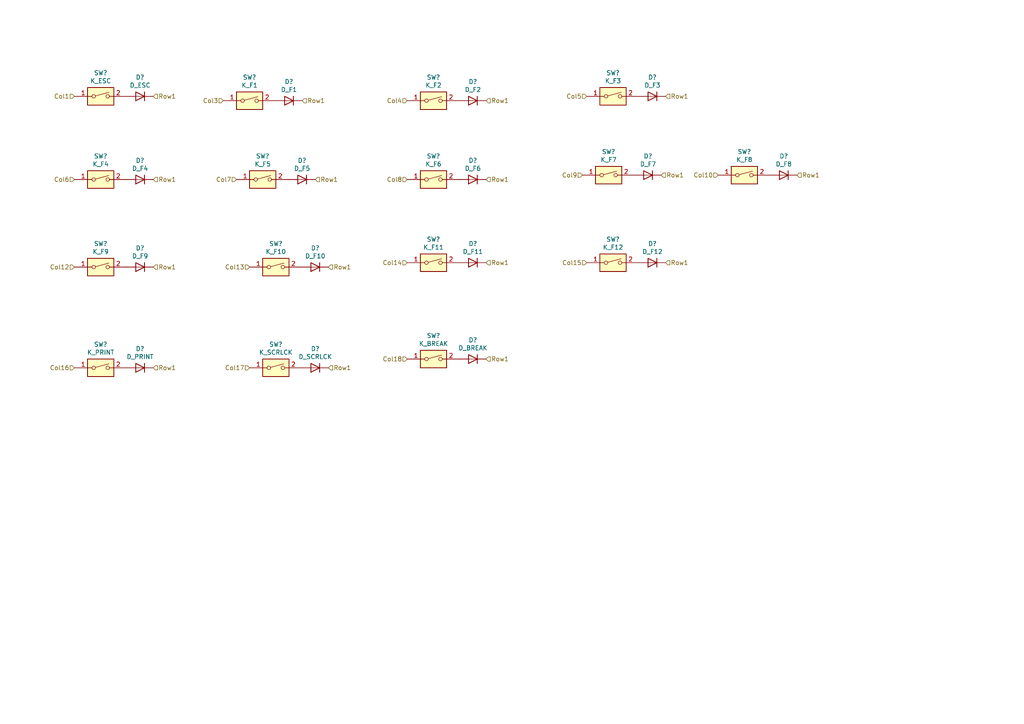
<source format=kicad_sch>
(kicad_sch (version 20230121) (generator eeschema)
  (paper "A4")
  (lib_symbols
    (symbol "Device:D" (pin_numbers hide) (pin_names (offset 1.016) hide)
      (property "Reference" "D" (at 0 2.54 0))
      (property "Value" "D" (at 0 -2.54 0))
      (symbol "D_0_1"
        (polyline (pts (xy -1.27 1.27) (xy -1.27 -1.27)) (stroke (width 0.254)))
        (polyline (pts (xy 1.27 0) (xy -1.27 0)))
        (polyline (pts (xy 1.27 1.27) (xy 1.27 -1.27) (xy -1.27 0) (xy 1.27 1.27)) (stroke (width 0.254)))
      )
      (symbol "D_1_1"
        (pin passive line (at -3.81 0 0) (length 2.54) (name "K") (number "1"))
        (pin passive line (at 3.81 0 180) (length 2.54) (name "A") (number "2"))
      )
    )
    (symbol "Switch:SW_DIP_x01" (pin_names (offset 0) hide)
      (property "Reference" "SW" (at 0 3.81 0))
      (property "Value" "SW_DIP_x01" (at 0 -3.81 0))
      (symbol "SW_DIP_x01_0_0"
        (circle (center -2.032 0) (radius 0.508))
        (polyline (pts (xy -1.524 0.127) (xy 2.3622 1.1684)))
        (circle (center 2.032 0) (radius 0.508))
      )
      (symbol "SW_DIP_x01_0_1"
        (rectangle (start -3.81 2.54) (end 3.81 -2.54) (stroke (width 0.254)) (fill (type background)))
      )
      (symbol "SW_DIP_x01_1_1"
        (pin passive line (at -7.62 0 0) (length 5.08) (name "~") (number "1"))
        (pin passive line (at 7.62 0 180) (length 5.08) (name "~") (number "2"))
      )
    )
  )
  (hierarchical_label "Row1" (shape input) (at 193.04 27.94 0))
  (hierarchical_label "Col7" (shape input) (at 68.58 52.07 180))
  (hierarchical_label "Col15" (shape input) (at 170.18 76.2 180))
  (hierarchical_label "Col16" (shape input) (at 21.59 106.68 180))
  (hierarchical_label "Row1" (shape input) (at 140.97 76.2 0))
  (hierarchical_label "Row1" (shape input) (at 44.45 106.68 0))
  (hierarchical_label "Col6" (shape input) (at 21.59 52.07 180))
  (hierarchical_label "Col12" (shape input) (at 21.59 77.47 180))
  (hierarchical_label "Col9" (shape input) (at 168.91 50.8 180))
  (hierarchical_label "Col3" (shape input) (at 64.77 29.21 180))
  (hierarchical_label "Row1" (shape input) (at 191.77 50.8 0))
  (hierarchical_label "Row1" (shape input) (at 44.45 77.47 0))
  (hierarchical_label "Row1" (shape input) (at 44.45 52.07 0))
  (hierarchical_label "Col4" (shape input) (at 118.11 29.21 180))
  (hierarchical_label "Row1" (shape input) (at 193.04 76.2 0))
  (hierarchical_label "Col18" (shape input) (at 118.11 104.14 180))
  (hierarchical_label "Row1" (shape input) (at 140.97 52.07 0))
  (hierarchical_label "Row1" (shape input) (at 231.14 50.8 0))
  (hierarchical_label "Row1" (shape input) (at 140.97 29.21 0))
  (hierarchical_label "Row1" (shape input) (at 140.97 104.14 0))
  (hierarchical_label "Col13" (shape input) (at 72.39 77.47 180))
  (hierarchical_label "Col1" (shape input) (at 21.59 27.94 180))
  (hierarchical_label "Col5" (shape input) (at 170.18 27.94 180))
  (hierarchical_label "Col14" (shape input) (at 118.11 76.2 180))
  (hierarchical_label "Col8" (shape input) (at 118.11 52.07 180))
  (hierarchical_label "Row1" (shape input) (at 87.63 29.21 0))
  (hierarchical_label "Row1" (shape input) (at 95.25 106.68 0))
  (hierarchical_label "Col17" (shape input) (at 72.39 106.68 180))
  (hierarchical_label "Row1" (shape input) (at 95.25 77.47 0))
  (hierarchical_label "Row1" (shape input) (at 44.45 27.94 0))
  (hierarchical_label "Row1" (shape input) (at 91.44 52.07 0))
  (hierarchical_label "Col10" (shape input) (at 208.28 50.8 180))
  (symbol (lib_id "Device:D") (at 187.96 50.8 180) (unit 1)
    (property "Reference" "D?" (at 187.96 45.2882 0))
    (property "Value" "D_F7" (at 187.96 47.5996 0))
    (property "Footprint" "Diode_THT:D_DO-35_SOD27_P7.62mm_Horizontal" (effects hide))
    (instances (project "TKL" (path "" (reference "D?") (unit 1)) (path "" (reference "D13") (unit 1))))
  )
  (symbol (lib_id "Switch:SW_DIP_x01") (at 80.01 77.47 0) (unit 1)
    (property "Reference" "SW?" (at 80.01 70.6882 0))
    (property "Value" "K_F10" (at 80.01 72.9996 0))
    (property "Footprint" "hotswap:Kailh_socket_MX" (effects hide))
    (instances (project "TKL" (path "" (reference "SW?") (unit 1)) (path "" (reference "SW7") (unit 1))))
  )
  (symbol (lib_id "Device:D") (at 91.44 77.47 180) (unit 1)
    (property "Reference" "D?" (at 91.44 71.9582 0))
    (property "Value" "D_F10" (at 91.44 74.2696 0))
    (property "Footprint" "Diode_THT:D_DO-35_SOD27_P7.62mm_Horizontal" (effects hide))
    (instances (project "TKL" (path "" (reference "D?") (unit 1)) (path "" (reference "D7") (unit 1))))
  )
  (symbol (lib_id "Switch:SW_DIP_x01") (at 125.73 76.2 0) (unit 1)
    (property "Reference" "SW?" (at 125.73 69.4182 0))
    (property "Value" "K_F11" (at 125.73 71.7296 0))
    (property "Footprint" "hotswap:Kailh_socket_MX" (effects hide))
    (instances (project "TKL" (path "" (reference "SW?") (unit 1)) (path "" (reference "SW11") (unit 1))))
  )
  (symbol (lib_id "Device:D") (at 137.16 76.2 180) (unit 1)
    (property "Reference" "D?" (at 137.16 70.6882 0))
    (property "Value" "D_F11" (at 137.16 72.9996 0))
    (property "Footprint" "Diode_THT:D_DO-35_SOD27_P7.62mm_Horizontal" (effects hide))
    (instances (project "TKL" (path "" (reference "D?") (unit 1)) (path "" (reference "D11") (unit 1))))
  )
  (symbol (lib_id "Device:D") (at 137.16 104.14 180) (unit 1)
    (property "Reference" "D?" (at 137.16 98.6282 0))
    (property "Value" "D_BREAK" (at 137.16 100.9396 0))
    (property "Footprint" "Diode_THT:D_DO-35_SOD27_P7.62mm_Horizontal" (effects hide))
    (instances (project "TKL" (path "" (reference "D?") (unit 1)) (path "" (reference "D12") (unit 1))))
  )
  (symbol (lib_id "Switch:SW_DIP_x01") (at 29.21 27.94 0) (unit 1)
    (property "Reference" "SW?" (at 29.21 21.1582 0))
    (property "Value" "K_ESC" (at 29.21 23.4696 0))
    (property "Footprint" "hotswap:Kailh_socket_MX" (effects hide))
    (instances (project "TKL" (path "" (reference "SW?") (unit 1)) (path "" (reference "SW1") (unit 1))))
  )
  (symbol (lib_id "Device:D") (at 40.64 27.94 180) (unit 1)
    (property "Reference" "D?" (at 40.64 22.4282 0))
    (property "Value" "D_ESC" (at 40.64 24.7396 0))
    (property "Footprint" "Diode_THT:D_DO-35_SOD27_P7.62mm_Horizontal" (effects hide))
    (instances (project "TKL" (path "" (reference "D?") (unit 1)) (path "" (reference "D1") (unit 1))))
  )
  (symbol (lib_id "Device:D") (at 83.82 29.21 180) (unit 1)
    (property "Reference" "D?" (at 83.82 23.6982 0))
    (property "Value" "D_F1" (at 83.82 26.0096 0))
    (property "Footprint" "Diode_THT:D_DO-35_SOD27_P7.62mm_Horizontal" (effects hide))
    (instances (project "TKL" (path "" (reference "D?") (unit 1)) (path "" (reference "D5") (unit 1))))
  )
  (symbol (lib_id "Switch:SW_DIP_x01") (at 125.73 29.21 0) (unit 1)
    (property "Reference" "SW?" (at 125.73 22.4282 0))
    (property "Value" "K_F2" (at 125.73 24.7396 0))
    (property "Footprint" "hotswap:Kailh_socket_MX" (effects hide))
    (instances (project "TKL" (path "" (reference "SW?") (unit 1)) (path "" (reference "SW9") (unit 1))))
  )
  (symbol (lib_id "Device:D") (at 137.16 29.21 180) (unit 1)
    (property "Reference" "D?" (at 137.16 23.6982 0))
    (property "Value" "D_F2" (at 137.16 26.0096 0))
    (property "Footprint" "Diode_THT:D_DO-35_SOD27_P7.62mm_Horizontal" (effects hide))
    (instances (project "TKL" (path "" (reference "D?") (unit 1)) (path "" (reference "D9") (unit 1))))
  )
  (symbol (lib_id "Switch:SW_DIP_x01") (at 177.8 27.94 0) (unit 1)
    (property "Reference" "SW?" (at 177.8 21.1582 0))
    (property "Value" "K_F3" (at 177.8 23.4696 0))
    (property "Footprint" "hotswap:Kailh_socket_MX" (effects hide))
    (instances (project "TKL" (path "" (reference "SW?") (unit 1)) (path "" (reference "SW14") (unit 1))))
  )
  (symbol (lib_id "Device:D") (at 189.23 27.94 180) (unit 1)
    (property "Reference" "D?" (at 189.23 22.4282 0))
    (property "Value" "D_F3" (at 189.23 24.7396 0))
    (property "Footprint" "Diode_THT:D_DO-35_SOD27_P7.62mm_Horizontal" (effects hide))
    (instances (project "TKL" (path "" (reference "D?") (unit 1)) (path "" (reference "D14") (unit 1))))
  )
  (symbol (lib_id "Switch:SW_DIP_x01") (at 29.21 52.07 0) (unit 1)
    (property "Reference" "SW?" (at 29.21 45.2882 0))
    (property "Value" "K_F4" (at 29.21 47.5996 0))
    (property "Footprint" "hotswap:Kailh_socket_MX" (effects hide))
    (instances (project "TKL" (path "" (reference "SW?") (unit 1)) (path "" (reference "SW2") (unit 1))))
  )
  (symbol (lib_id "Switch:SW_DIP_x01") (at 125.73 52.07 0) (unit 1)
    (property "Reference" "SW?" (at 125.73 45.2882 0))
    (property "Value" "K_F6" (at 125.73 47.5996 0))
    (property "Footprint" "hotswap:Kailh_socket_MX" (effects hide))
    (instances (project "TKL" (path "" (reference "SW?") (unit 1)) (path "" (reference "SW10") (unit 1))))
  )
  (symbol (lib_id "Device:D") (at 137.16 52.07 180) (unit 1)
    (property "Reference" "D?" (at 137.16 46.5582 0))
    (property "Value" "D_F6" (at 137.16 48.8696 0))
    (property "Footprint" "Diode_THT:D_DO-35_SOD27_P7.62mm_Horizontal" (effects hide))
    (instances (project "TKL" (path "" (reference "D?") (unit 1)) (path "" (reference "D10") (unit 1))))
  )
  (symbol (lib_id "Device:D") (at 227.33 50.8 180) (unit 1)
    (property "Reference" "D?" (at 227.33 45.2882 0))
    (property "Value" "D_F8" (at 227.33 47.5996 0))
    (property "Footprint" "Diode_THT:D_DO-35_SOD27_P7.62mm_Horizontal" (effects hide))
    (instances (project "TKL" (path "" (reference "D?") (unit 1)) (path "" (reference "D16") (unit 1))))
  )
  (symbol (lib_id "Switch:SW_DIP_x01") (at 29.21 77.47 0) (unit 1)
    (property "Reference" "SW?" (at 29.21 70.6882 0))
    (property "Value" "K_F9" (at 29.21 72.9996 0))
    (property "Footprint" "hotswap:Kailh_socket_MX" (effects hide))
    (instances (project "TKL" (path "" (reference "SW?") (unit 1)) (path "" (reference "SW3") (unit 1))))
  )
  (symbol (lib_id "Device:D") (at 91.44 106.68 180) (unit 1)
    (property "Reference" "D?" (at 91.44 101.1682 0))
    (property "Value" "D_SCRLCK" (at 91.44 103.4796 0))
    (property "Footprint" "Diode_THT:D_DO-35_SOD27_P7.62mm_Horizontal" (effects hide))
    (instances (project "TKL" (path "" (reference "D?") (unit 1)) (path "" (reference "D8") (unit 1))))
  )
  (symbol (lib_id "Switch:SW_DIP_x01") (at 125.73 104.14 0) (unit 1)
    (property "Reference" "SW?" (at 125.73 97.3582 0))
    (property "Value" "K_BREAK" (at 125.73 99.6696 0))
    (property "Footprint" "hotswap:Kailh_socket_MX" (effects hide))
    (instances (project "TKL" (path "" (reference "SW?") (unit 1)) (path "" (reference "SW12") (unit 1))))
  )
  (symbol (lib_id "Switch:SW_DIP_x01") (at 72.39 29.21 0) (unit 1)
    (property "Reference" "SW?" (at 72.39 22.4282 0))
    (property "Value" "K_F1" (at 72.39 24.7396 0))
    (property "Footprint" "hotswap:Kailh_socket_MX" (effects hide))
    (instances (project "TKL" (path "" (reference "SW?") (unit 1)) (path "" (reference "SW5") (unit 1))))
  )
  (symbol (lib_id "Switch:SW_DIP_x01") (at 176.53 50.8 0) (unit 1)
    (property "Reference" "SW?" (at 176.53 44.0182 0))
    (property "Value" "K_F7" (at 176.53 46.3296 0))
    (property "Footprint" "hotswap:Kailh_socket_MX" (effects hide))
    (instances (project "TKL" (path "" (reference "SW?") (unit 1)) (path "" (reference "SW13") (unit 1))))
  )
  (symbol (lib_id "Switch:SW_DIP_x01") (at 177.8 76.2 0) (unit 1)
    (property "Reference" "SW?" (at 177.8 69.4182 0))
    (property "Value" "K_F12" (at 177.8 71.7296 0))
    (property "Footprint" "hotswap:Kailh_socket_MX" (effects hide))
    (instances (project "TKL" (path "" (reference "SW?") (unit 1)) (path "" (reference "SW15") (unit 1))))
  )
  (symbol (lib_id "Switch:SW_DIP_x01") (at 29.21 106.68 0) (unit 1)
    (property "Reference" "SW?" (at 29.21 99.8982 0))
    (property "Value" "K_PRINT" (at 29.21 102.2096 0))
    (property "Footprint" "hotswap:Kailh_socket_MX" (effects hide))
    (instances (project "TKL" (path "" (reference "SW?") (unit 1)) (path "" (reference "SW4") (unit 1))))
  )
  (symbol (lib_id "Device:D") (at 40.64 106.68 180) (unit 1)
    (property "Reference" "D?" (at 40.64 101.1682 0))
    (property "Value" "D_PRINT" (at 40.64 103.4796 0))
    (property "Footprint" "Diode_THT:D_DO-35_SOD27_P7.62mm_Horizontal" (effects hide))
    (instances (project "TKL" (path "" (reference "D?") (unit 1)) (path "" (reference "D4") (unit 1))))
  )
  (symbol (lib_id "Switch:SW_DIP_x01") (at 80.01 106.68 0) (unit 1)
    (property "Reference" "SW?" (at 80.01 99.8982 0))
    (property "Value" "K_SCRLCK" (at 80.01 102.2096 0))
    (property "Footprint" "hotswap:Kailh_socket_MX" (effects hide))
    (instances (project "TKL" (path "" (reference "SW?") (unit 1)) (path "" (reference "SW8") (unit 1))))
  )
  (symbol (lib_id "Device:D") (at 40.64 52.07 180) (unit 1)
    (property "Reference" "D?" (at 40.64 46.5582 0))
    (property "Value" "D_F4" (at 40.64 48.8696 0))
    (property "Footprint" "Diode_THT:D_DO-35_SOD27_P7.62mm_Horizontal" (effects hide))
    (instances (project "TKL" (path "" (reference "D?") (unit 1)) (path "" (reference "D2") (unit 1))))
  )
  (symbol (lib_id "Device:D") (at 87.63 52.07 180) (unit 1)
    (property "Reference" "D?" (at 87.63 46.5582 0))
    (property "Value" "D_F5" (at 87.63 48.8696 0))
    (property "Footprint" "Diode_THT:D_DO-35_SOD27_P7.62mm_Horizontal" (effects hide))
    (instances (project "TKL" (path "" (reference "D?") (unit 1)) (path "" (reference "D6") (unit 1))))
  )
  (symbol (lib_id "Switch:SW_DIP_x01") (at 215.9 50.8 0) (unit 1)
    (property "Reference" "SW?" (at 215.9 44.0182 0))
    (property "Value" "K_F8" (at 215.9 46.3296 0))
    (property "Footprint" "hotswap:Kailh_socket_MX" (effects hide))
    (instances (project "TKL" (path "" (reference "SW?") (unit 1)) (path "" (reference "SW16") (unit 1))))
  )
  (symbol (lib_id "Device:D") (at 40.64 77.47 180) (unit 1)
    (property "Reference" "D?" (at 40.64 71.9582 0))
    (property "Value" "D_F9" (at 40.64 74.2696 0))
    (property "Footprint" "Diode_THT:D_DO-35_SOD27_P7.62mm_Horizontal" (effects hide))
    (instances (project "TKL" (path "" (reference "D?") (unit 1)) (path "" (reference "D3") (unit 1))))
  )
  (symbol (lib_id "Switch:SW_DIP_x01") (at 76.2 52.07 0) (unit 1)
    (property "Reference" "SW?" (at 76.2 45.2882 0))
    (property "Value" "K_F5" (at 76.2 47.5996 0))
    (property "Footprint" "hotswap:Kailh_socket_MX" (effects hide))
    (instances (project "TKL" (path "" (reference "SW?") (unit 1)) (path "" (reference "SW6") (unit 1))))
  )
  (symbol (lib_id "Device:D") (at 189.23 76.2 180) (unit 1)
    (property "Reference" "D?" (at 189.23 70.6882 0))
    (property "Value" "D_F12" (at 189.23 72.9996 0))
    (property "Footprint" "Diode_THT:D_DO-35_SOD27_P7.62mm_Horizontal" (effects hide))
    (instances (project "TKL" (path "" (reference "D?") (unit 1)) (path "" (reference "D15") (unit 1))))
  )
)
</source>
